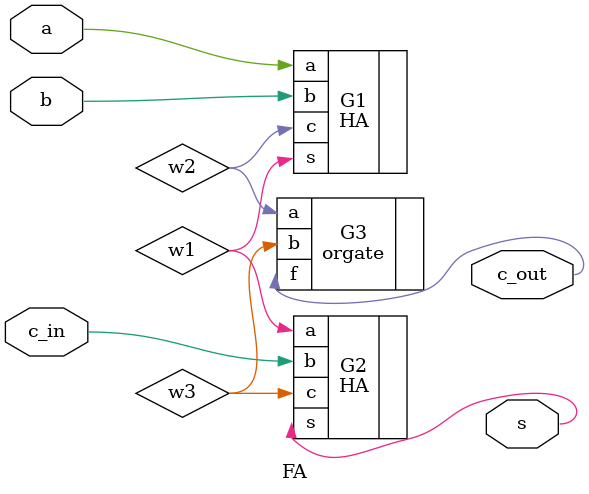
<source format=sv>
`timescale 1ns / 1ps


module FA(
input logic a,
input logic b,
input logic c_in,
output logic c_out,
output logic s
);
logic w1, w2, w3;
HA G1( .s(w1) , .c(w2), .a(a) , .b(b) );
HA G2( .s(s) , .c(w3), .a(w1) , .b(c_in) );
orgate G3( .f(c_out) , .a(w2) , .b(w3) );
endmodule
</source>
